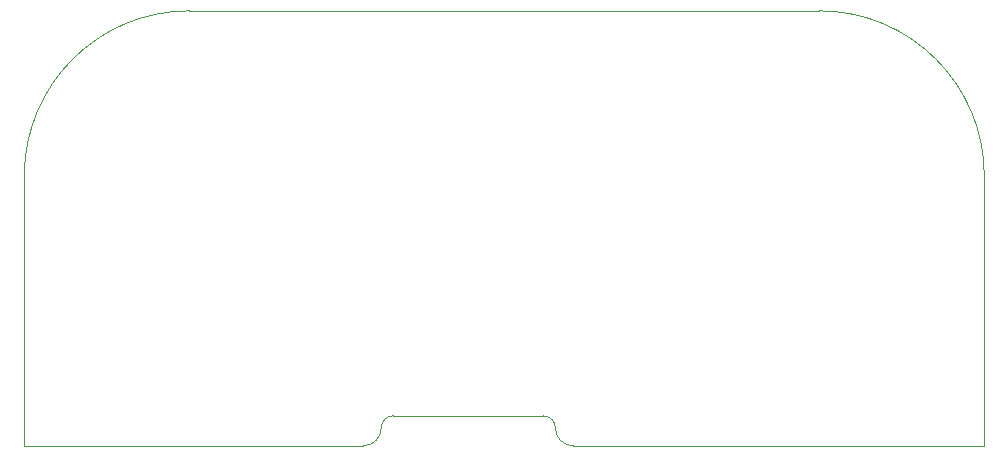
<source format=gm1>
G04 #@! TF.GenerationSoftware,KiCad,Pcbnew,(5.1.10)-1*
G04 #@! TF.CreationDate,2021-10-09T13:26:38+02:00*
G04 #@! TF.ProjectId,AirQualitySensor,41697251-7561-46c6-9974-7953656e736f,rev?*
G04 #@! TF.SameCoordinates,Original*
G04 #@! TF.FileFunction,Profile,NP*
%FSLAX46Y46*%
G04 Gerber Fmt 4.6, Leading zero omitted, Abs format (unit mm)*
G04 Created by KiCad (PCBNEW (5.1.10)-1) date 2021-10-09 13:26:38*
%MOMM*%
%LPD*%
G01*
G04 APERTURE LIST*
G04 #@! TA.AperFunction,Profile*
%ADD10C,0.050000*%
G04 #@! TD*
G04 APERTURE END LIST*
D10*
X137922000Y-119380000D02*
X150622000Y-119380000D01*
X135382000Y-121920000D02*
X106680000Y-121920000D01*
X150622000Y-119380000D02*
G75*
G02*
X151638000Y-120396000I0J-1016000D01*
G01*
X136906000Y-120396000D02*
G75*
G02*
X137922000Y-119380000I1016000J0D01*
G01*
X153162000Y-121920000D02*
G75*
G02*
X151638000Y-120396000I0J1524000D01*
G01*
X136906000Y-120396000D02*
G75*
G02*
X135382000Y-121920000I-1524000J0D01*
G01*
X173990000Y-85090000D02*
G75*
G02*
X187960000Y-99060000I0J-13970000D01*
G01*
X106680000Y-99060000D02*
G75*
G02*
X120650000Y-85090000I13970000J0D01*
G01*
X173990000Y-85090000D02*
X120650000Y-85090000D01*
X187960000Y-121920000D02*
X187960000Y-99060000D01*
X153162000Y-121920000D02*
X187960000Y-121920000D01*
X106680000Y-99060000D02*
X106680000Y-121920000D01*
M02*

</source>
